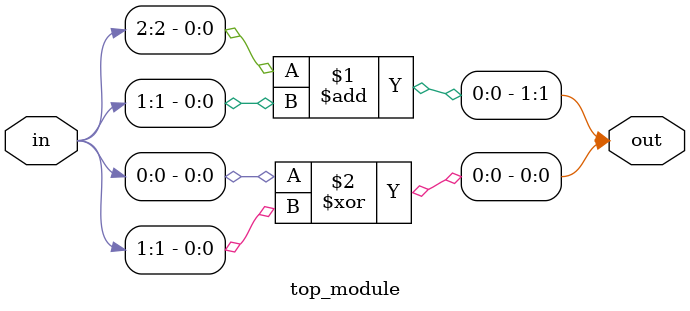
<source format=sv>
module top_module (
	input [2:0] in,
	output [1:0] out
);

	// Here, the combinational logic is implemented
	assign out[1] = in[2] + in[1];
	assign out[0] = in[0] ^ in[1];

endmodule

</source>
